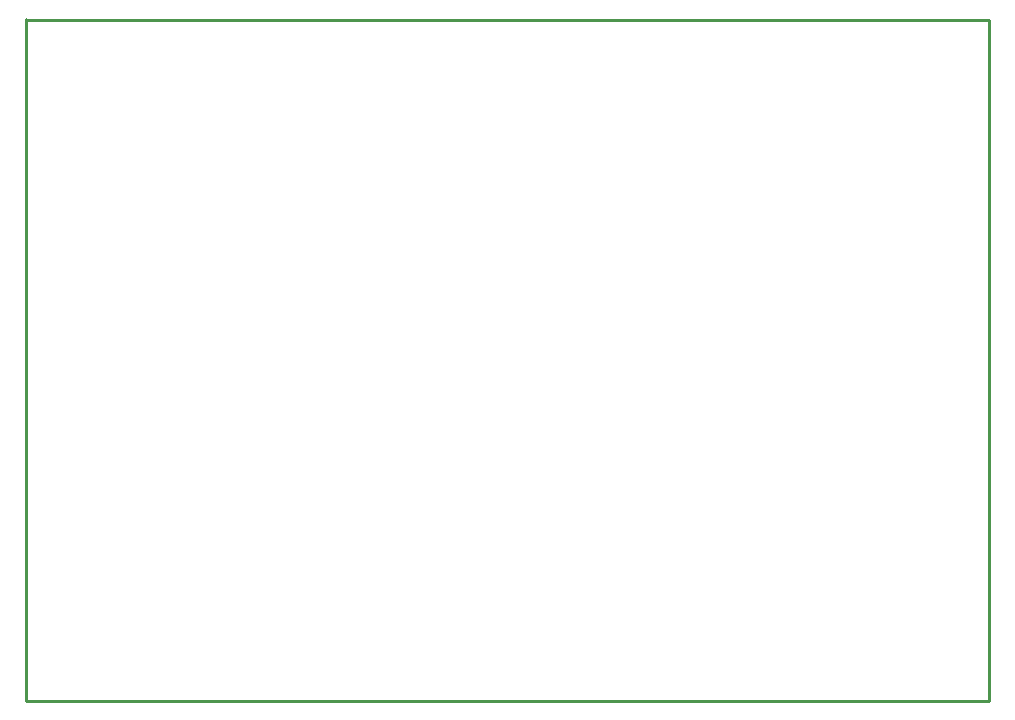
<source format=gko>
G04 Layer: BoardOutlineLayer*
G04 EasyEDA v6.4.30, 2022-01-25 10:33:58*
G04 5618020f384b45728b455be9ef3c0d3f,7d3f4a13764643a7838717c5c1d40531,10*
G04 Gerber Generator version 0.2*
G04 Scale: 100 percent, Rotated: No, Reflected: No *
G04 Dimensions in inches *
G04 leading zeros omitted , absolute positions ,3 integer and 6 decimal *
%FSLAX36Y36*%
%MOIN*%

%ADD10C,0.0100*%
D10*
X3211999Y2271900D02*
G01*
X3211999Y0D01*
X0Y2271900D02*
G01*
X3211999Y2271900D01*
X0Y0D02*
G01*
X0Y2275000D01*
X3211999Y0D02*
G01*
X0Y0D01*

%LPD*%
M02*

</source>
